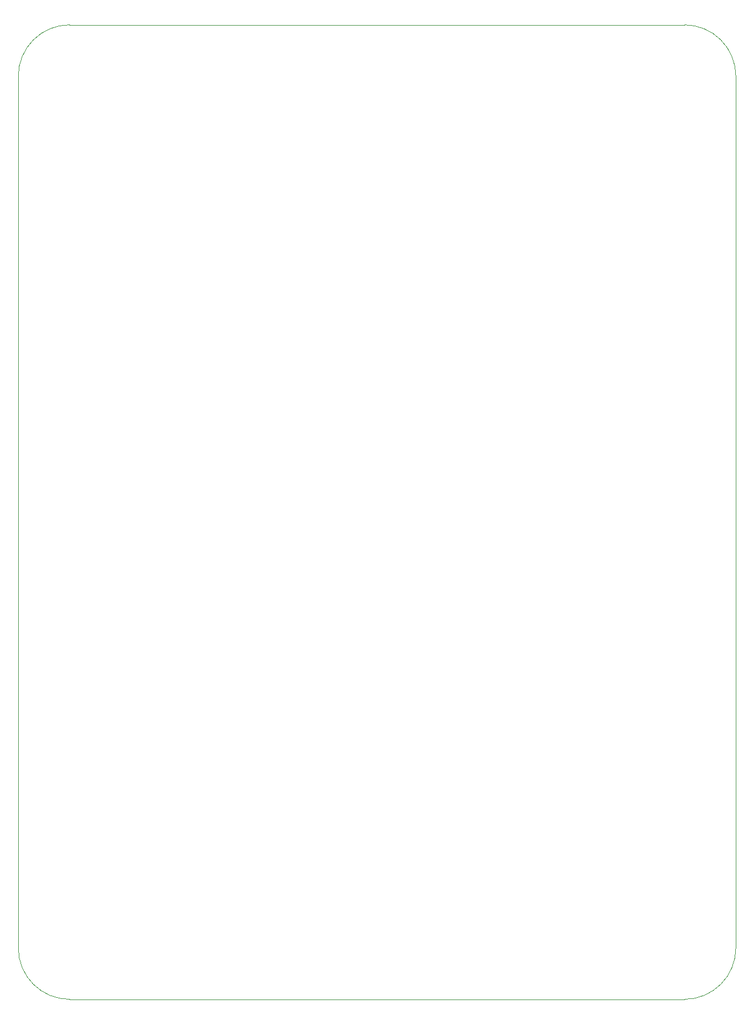
<source format=gbr>
%TF.GenerationSoftware,KiCad,Pcbnew,(6.0.1)*%
%TF.CreationDate,2022-11-23T19:00:34-08:00*%
%TF.ProjectId,AtariJoystickPaddleTester,41746172-694a-46f7-9973-7469636b5061,rev?*%
%TF.SameCoordinates,Original*%
%TF.FileFunction,Profile,NP*%
%FSLAX46Y46*%
G04 Gerber Fmt 4.6, Leading zero omitted, Abs format (unit mm)*
G04 Created by KiCad (PCBNEW (6.0.1)) date 2022-11-23 19:00:34*
%MOMM*%
%LPD*%
G01*
G04 APERTURE LIST*
%TA.AperFunction,Profile*%
%ADD10C,0.100000*%
%TD*%
G04 APERTURE END LIST*
D10*
X149152154Y-40640000D02*
X57712154Y-40640000D01*
X156772154Y-177800000D02*
X156772154Y-48260000D01*
X50092154Y-177800000D02*
G75*
G03*
X57712154Y-185420000I7619999J-1D01*
G01*
X149152154Y-185420000D02*
G75*
G03*
X156772154Y-177800000I1J7619999D01*
G01*
X57712154Y-185420000D02*
X149152154Y-185420000D01*
X156772154Y-48260000D02*
G75*
G03*
X149152154Y-40640000I-7619999J1D01*
G01*
X50092154Y-48260000D02*
X50092154Y-177800000D01*
X57712154Y-40640000D02*
G75*
G03*
X50092154Y-48260000I-1J-7619999D01*
G01*
M02*

</source>
